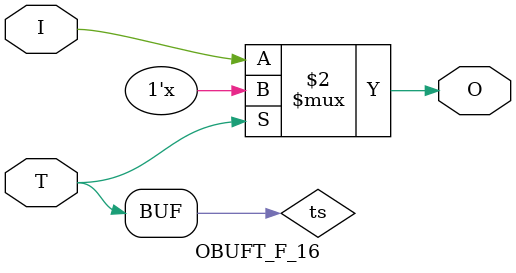
<source format=v>

/*

FUNCTION	: TRI-STATE OUTPUT BUFFER

*/

`celldefine
`timescale  100 ps / 10 ps

module OBUFT_F_16 (O, I, T);

    output O;

    input  I, T;

    or O1 (ts, 1'b0, T);
    bufif0 T1 (O, I, ts);

endmodule

</source>
